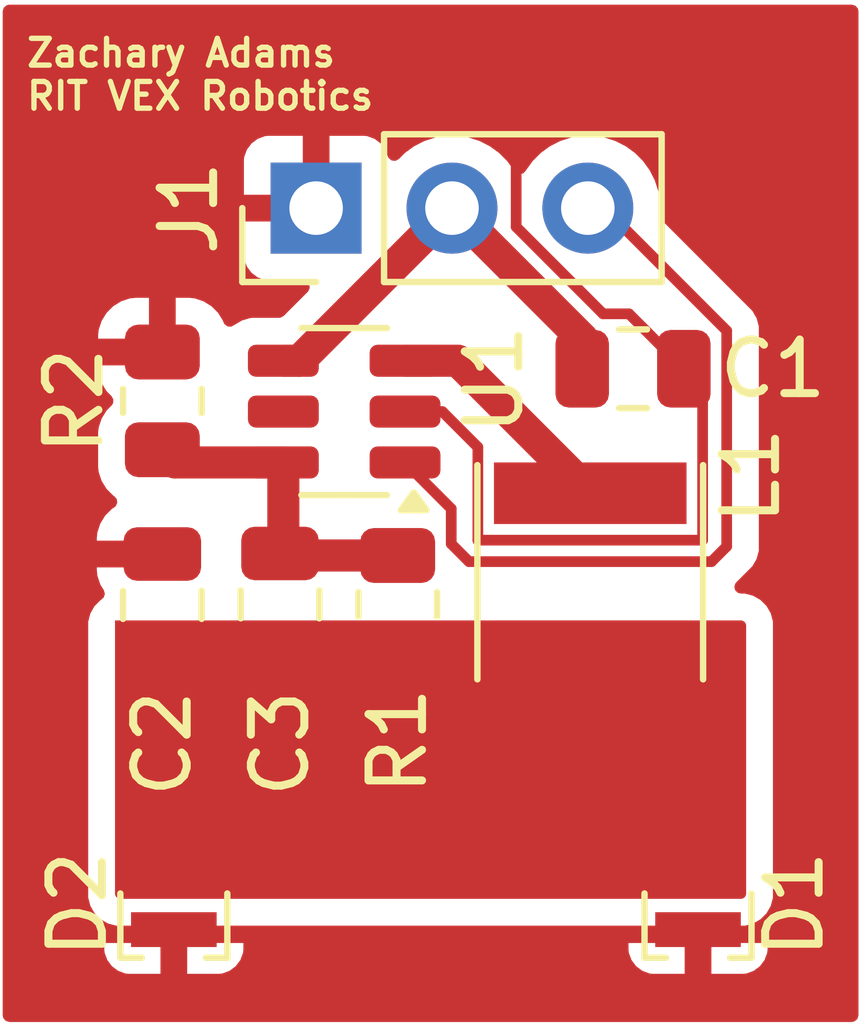
<source format=kicad_pcb>
(kicad_pcb (version 20241229) (generator "pcbnew") (generator_version "9.0")
  (layers (0 "F.Cu" signal) (2 "B.Cu" signal) (13 "F.Paste" user) (15 "B.Paste" user) (5 "F.SilkS" user "F.Silkscreen") (7 "B.SilkS" user "B.Silkscreen") (1 "F.Mask" user) (3 "B.Mask" user) (25 "Edge.Cuts" user))
  (net 0 "")
  (net 1 "+5V")
  (net 2 "Earth")
  (net 3 "+3V")
  (net 4 "Net-(U1-FB)")
  (net 5 "+5VD")
  (net 6 "Net-(U1-SW)")
  (footprint "LED_SMD:LED_Cree-XQ" (layer "F.Cu") (at 133 90.8 90)
    (property "Reference" "D1" (at 0 1.8 90) (layer "F.SilkS"))
    (property "Value" "LED")
    (fp_line (start 0.2 -1) (end -1 -1) (stroke (width 0.12)) (layer "F.SilkS"))
    (fp_line (start -1 -1) (end -1 -0.6) (stroke (width 0.12)) (layer "F.SilkS"))
    (fp_line (start 0.2 1) (end -1 1) (stroke (width 0.12)) (layer "F.SilkS"))
    (fp_line (start -1 1) (end -1 0.6) (stroke (width 0.12)) (layer "F.SilkS"))
    (pad "1" smd rect (at -0.475 0 90) (size 0.65 1.6) (layers "F.Cu" "F.Mask" "F.Paste") (net 2 "Earth"))
    (pad "2" smd rect (at 0.475 0 90) (size 0.65 1.6) (layers "F.Cu" "F.Mask" "F.Paste") (net 3 "+3V"))
  )
  (footprint "LED_SMD:LED_Cree-XQ" (layer "F.Cu") (at 123.2 90.8 90)
    (property "Reference" "D2" (at 0 -1.8 90) (layer "F.SilkS"))
    (property "Value" "LED")
    (fp_line (start 0.2 -1) (end -1 -1) (stroke (width 0.12)) (layer "F.SilkS"))
    (fp_line (start -1 -1) (end -1 -0.6) (stroke (width 0.12)) (layer "F.SilkS"))
    (fp_line (start 0.2 1) (end -1 1) (stroke (width 0.12)) (layer "F.SilkS"))
    (fp_line (start -1 1) (end -1 0.6) (stroke (width 0.12)) (layer "F.SilkS"))
    (pad "1" smd rect (at -0.475 0 90) (size 0.65 1.6) (layers "F.Cu" "F.Mask" "F.Paste") (net 2 "Earth"))
    (pad "2" smd rect (at 0.475 0 90) (size 0.65 1.6) (layers "F.Cu" "F.Mask" "F.Paste") (net 3 "+3V"))
  )
  (footprint "Capacitor_SMD:C_0805_2012Metric" (layer "F.Cu") (at 122.985 85.21 -90)
    (property "Reference" "C2" (at 2.59 0 90) (layer "F.SilkS"))
    (property "Value" "10uF")
    (fp_line (start -0.261252 0.735) (end 0.261252 0.735) (stroke (width 0.12)) (layer "F.SilkS"))
    (fp_line (start -0.261252 -0.735) (end 0.261252 -0.735) (stroke (width 0.12)) (layer "F.SilkS"))
    (pad "1" smd roundrect (at -0.95 0 270) (size 1 1.45) (layers "F.Cu" "F.Mask" "F.Paste") (net 2 "Earth"))
    (pad "2" smd roundrect (at 0.95 0 270) (size 1 1.45) (layers "F.Cu" "F.Mask" "F.Paste") (net 3 "+3V"))
  )
  (footprint "Package_TO_SOT_SMD:SOT-23-6" (layer "F.Cu") (at 126.385 81.6 180)
    (property "Reference" "U1" (at -2.8 0.6 90) (layer "F.SilkS"))
    (property "Value" "TLV62569DDC")
    (fp_line (start 0 1.56) (end 0.8 1.56) (stroke (width 0.12)) (layer "F.SilkS"))
    (fp_line (start 0 1.56) (end -0.8 1.56) (stroke (width 0.12)) (layer "F.SilkS"))
    (fp_line (start 0 -1.56) (end 0.8 -1.56) (stroke (width 0.12)) (layer "F.SilkS"))
    (fp_line (start 0 -1.56) (end -0.8 -1.56) (stroke (width 0.12)) (layer "F.SilkS"))
    (fp_poly (pts (xy -1.3 -1.51) (xy -1.54 -1.84) (xy -1.06 -1.84)) (stroke (width 0.12)) (fill yes) (layer "F.SilkS"))
    (pad "1" smd roundrect (at -1.1375 -0.95 180) (size 1.325 0.6) (layers "F.Cu" "F.Mask" "F.Paste") (net 5 "+5VD"))
    (pad "2" smd roundrect (at -1.1375 0 180) (size 1.325 0.6) (layers "F.Cu" "F.Mask" "F.Paste") (net 2 "Earth"))
    (pad "3" smd roundrect (at -1.1375 0.95 180) (size 1.325 0.6) (layers "F.Cu" "F.Mask" "F.Paste") (net 6 "Net-(U1-SW)"))
    (pad "4" smd roundrect (at 1.1375 0.95 180) (size 1.325 0.6) (layers "F.Cu" "F.Mask" "F.Paste") (net 1 "+5V"))
    (pad "5" smd roundrect (at 1.1375 0 180) (size 1.325 0.6) (layers "F.Cu" "F.Mask" "F.Paste"))
    (pad "6" smd roundrect (at 1.1375 -0.95 180) (size 1.325 0.6) (layers "F.Cu" "F.Mask" "F.Paste") (net 4 "Net-(U1-FB)"))
  )
  (footprint "Resistor_SMD:R_0805_2012Metric" (layer "F.Cu") (at 127.385 85.2 90)
    (property "Reference" "R1" (at -2.55 0 90) (layer "F.SilkS"))
    (property "Value" "400k")
    (fp_line (start -0.227064 -0.735) (end 0.227064 -0.735) (stroke (width 0.12)) (layer "F.SilkS"))
    (fp_line (start -0.227064 0.735) (end 0.227064 0.735) (stroke (width 0.12)) (layer "F.SilkS"))
    (pad "1" smd roundrect (at -0.9125 0 90) (size 1.025 1.4) (layers "F.Cu" "F.Mask" "F.Paste") (roundrect_rratio 0.243902) (net 3 "+3V"))
    (pad "2" smd roundrect (at 0.9125 0 90) (size 1.025 1.4) (layers "F.Cu" "F.Mask" "F.Paste") (roundrect_rratio 0.243902) (net 4 "Net-(U1-FB)"))
  )
  (footprint "Capacitor_SMD:C_0805_2012Metric" (layer "F.Cu") (at 131.785 80.8 180)
    (property "Reference" "C1" (at -2.615 0 0) (layer "F.SilkS"))
    (property "Value" "4.7uF")
    (fp_line (start -0.261252 0.735) (end 0.261252 0.735) (stroke (width 0.12)) (layer "F.SilkS"))
    (fp_line (start -0.261252 -0.735) (end 0.261252 -0.735) (stroke (width 0.12)) (layer "F.SilkS"))
    (pad "1" smd roundrect (at -0.95 0 180) (size 1 1.45) (layers "F.Cu" "F.Mask" "F.Paste") (net 2 "Earth"))
    (pad "2" smd roundrect (at 0.95 0 180) (size 1 1.45) (layers "F.Cu" "F.Mask" "F.Paste") (net 1 "+5V"))
  )
  (footprint "Resistor_SMD:R_0805_2012Metric" (layer "F.Cu") (at 122.985 81.4 90)
    (property "Reference" "R2" (at 0 -1.65 90) (layer "F.SilkS"))
    (property "Value" "100k")
    (fp_line (start -0.227064 -0.735) (end 0.227064 -0.735) (stroke (width 0.12)) (layer "F.SilkS"))
    (fp_line (start -0.227064 0.735) (end 0.227064 0.735) (stroke (width 0.12)) (layer "F.SilkS"))
    (pad "1" smd roundrect (at -0.9125 0 90) (size 1.025 1.4) (layers "F.Cu" "F.Mask" "F.Paste") (roundrect_rratio 0.243902) (net 4 "Net-(U1-FB)"))
    (pad "2" smd roundrect (at 0.9125 0 90) (size 1.025 1.4) (layers "F.Cu" "F.Mask" "F.Paste") (roundrect_rratio 0.243902) (net 2 "Earth"))
  )
  (footprint "Inductor_SMD:L_Vishay_IFSC-1515AH_4x4x1.8mm" (layer "F.Cu") (at 130.985 84.6 -90)
    (property "Reference" "L1" (at -1.8 -3 90) (layer "F.SilkS"))
    (property "Value" "2.2uH")
    (fp_line (start 2 2.11) (end -2 2.11) (stroke (width 0.12)) (layer "F.SilkS"))
    (fp_line (start -2 -2.11) (end 2 -2.11) (stroke (width 0.12)) (layer "F.SilkS"))
    (pad "1" smd rect (at -1.475 0 270) (size 1.15 3.6) (layers "F.Cu" "F.Mask" "F.Paste") (net 6 "Net-(U1-SW)"))
    (pad "2" smd rect (at 1.475 0 270) (size 1.15 3.6) (layers "F.Cu" "F.Mask" "F.Paste") (net 3 "+3V"))
  )
  (footprint "Capacitor_SMD:C_0805_2012Metric" (layer "F.Cu") (at 125.185 85.2 90)
    (property "Reference" "C3" (at -2.6 0 90) (layer "F.SilkS"))
    (property "Value" "6.8pF")
    (fp_line (start -0.261252 -0.735) (end 0.261252 -0.735) (stroke (width 0.12)) (layer "F.SilkS"))
    (fp_line (start -0.261252 0.735) (end 0.261252 0.735) (stroke (width 0.12)) (layer "F.SilkS"))
    (pad "1" smd roundrect (at -0.95 0 90) (size 1 1.45) (layers "F.Cu" "F.Mask" "F.Paste") (net 3 "+3V"))
    (pad "2" smd roundrect (at 0.95 0 90) (size 1 1.45) (layers "F.Cu" "F.Mask" "F.Paste") (net 4 "Net-(U1-FB)"))
  )
  (footprint "Connector_PinHeader_2.54mm:PinHeader_1x03_P2.54mm_Vertical" (layer "F.Cu") (at 125.86 77.8 90)
    (property "Reference" "J1" (at 0 -2.38 90) (layer "F.SilkS"))
    (property "Value" "Connector")
    (fp_line (start -1.38 -1.38) (end 0 -1.38) (stroke (width 0.12)) (layer "F.SilkS"))
    (fp_line (start -1.38 0) (end -1.38 -1.38) (stroke (width 0.12)) (layer "F.SilkS"))
    (fp_line (start 1.38 1.27) (end 1.38 6.46) (stroke (width 0.12)) (layer "F.SilkS"))
    (fp_line (start -1.38 1.27) (end 1.38 1.27) (stroke (width 0.12)) (layer "F.SilkS"))
    (fp_line (start -1.38 1.27) (end -1.38 6.46) (stroke (width 0.12)) (layer "F.SilkS"))
    (fp_line (start -1.38 6.46) (end 1.38 6.46) (stroke (width 0.12)) (layer "F.SilkS"))
    (pad "1" thru_hole rect (at 0 0 90) (size 1.7 1.7) (drill 1) (layers "*.Cu" "*.Mask") (net 2 "Earth"))
    (pad "2" thru_hole circle (at 0 2.54 90) (size 1.7 1.7) (drill 1) (layers "*.Cu" "*.Mask") (net 1 "+5V"))
    (pad "3" thru_hole circle (at 0 5.08 90) (size 1.7 1.7) (drill 1) (layers "*.Cu" "*.Mask") (net 5 "+5VD"))
  )
  (gr_rect (start 122.2 85.6) (end 133.8 90.6) (stroke (width 0.2)) (fill yes) (layer "F.Cu") (net 3))
  (gr_text "Zachary Adams\nRIT VEX Robotics" (at 120.4 76 0) (layer "F.SilkS") (effects (font (size 0.5 0.5) (thickness 0.1) (bold yes)) (justify left bottom)))
  (segment (start 128.4 77.8) (end 125.55 80.65) (width 0.6) (layer "F.Cu") (net 1))
  (segment (start 125.55 80.65) (end 125.2475 80.65) (width 0.6) (layer "F.Cu") (net 1))
  (segment (start 130.835 80.235) (end 128.4 77.8) (width 0.6) (layer "F.Cu") (net 1))
  (segment (start 130.835 80.8) (end 130.835 80.235) (width 0.6) (layer "F.Cu") (net 1))
  (segment (start 129.6 78.150058) (end 129.6 76.4) (width 0.2) (layer "F.Cu") (net 2))
  (segment (start 133.086 81.151) (end 132.735 80.8) (width 0.2) (layer "F.Cu") (net 2))
  (segment (start 132.735 80.8) (end 131.709 79.774) (width 0.2) (layer "F.Cu") (net 2))
  (segment (start 128.884 84.001) (end 133.086 84.001) (width 0.2) (layer "F.Cu") (net 2))
  (segment (start 131.223942 79.774) (end 129.6 78.150058) (width 0.2) (layer "F.Cu") (net 2))
  (segment (start 127.5225 81.6) (end 128.2205 81.6) (width 0.2) (layer "F.Cu") (net 2))
  (segment (start 133.086 84.001) (end 133.086 81.151) (width 0.2) (layer "F.Cu") (net 2))
  (segment (start 128.2205 81.6) (end 128.884 82.2635) (width 0.2) (layer "F.Cu") (net 2))
  (segment (start 131.709 79.774) (end 131.223942 79.774) (width 0.2) (layer "F.Cu") (net 2))
  (segment (start 128.884 82.2635) (end 128.884 84.001) (width 0.2) (layer "F.Cu") (net 2))
  (segment (start 130.985 86.075) (end 123.07 86.075) (width 0.6) (layer "F.Cu") (net 3))
  (segment (start 123.07 86.075) (end 122.985 86.16) (width 0.6) (layer "F.Cu") (net 3))
  (segment (start 123.2225 82.55) (end 122.985 82.3125) (width 0.6) (layer "F.Cu") (net 4))
  (segment (start 125.2475 84.1875) (end 125.185 84.25) (width 0.6) (layer "F.Cu") (net 4))
  (segment (start 125.2475 82.55) (end 123.2225 82.55) (width 0.6) (layer "F.Cu") (net 4))
  (segment (start 127.385 84.2875) (end 125.2225 84.2875) (width 0.6) (layer "F.Cu") (net 4))
  (segment (start 125.2225 84.2875) (end 125.185 84.25) (width 0.6) (layer "F.Cu") (net 4))
  (segment (start 125.2475 82.55) (end 125.2475 84.1875) (width 0.6) (layer "F.Cu") (net 4))
  (segment (start 133.2521 84.402) (end 133.536 84.1181) (width 0.2) (layer "F.Cu") (net 5))
  (segment (start 127.5225 82.55) (end 128.386 83.4135) (width 0.2) (layer "F.Cu") (net 5))
  (segment (start 128.386 84.0701) (end 128.7179 84.402) (width 0.2) (layer "F.Cu") (net 5))
  (segment (start 131.24616 77.8) (end 130.94 77.8) (width 0.2) (layer "F.Cu") (net 5))
  (segment (start 133.536 84.1181) (end 133.536 80.08984) (width 0.2) (layer "F.Cu") (net 5))
  (segment (start 128.386 83.4135) (end 128.386 84.0701) (width 0.2) (layer "F.Cu") (net 5))
  (segment (start 128.7179 84.402) (end 133.2521 84.402) (width 0.2) (layer "F.Cu") (net 5))
  (segment (start 133.536 80.08984) (end 131.24616 77.8) (width 0.2) (layer "F.Cu") (net 5))
  (segment (start 128.51 80.65) (end 130.985 83.125) (width 0.6) (layer "F.Cu") (net 6))
  (segment (start 127.5225 80.65) (end 128.51 80.65) (width 0.6) (layer "F.Cu") (net 6))
  (zone (net 2) (net_name "Earth") (layer "F.Cu") (priority 1) (connect_pads (clearance 0.5)) (min_thickness 0.25) (fill yes (thermal_gap 0.5) (thermal_bridge_width 0.5))
    (polygon (pts (xy 136 93) (xy 120 93) (xy 120 74) (xy 136 74)))
  )
  (zone (net 3) (net_name "+3V") (layer "F.Cu") (connect_pads (clearance 0.5)) (min_thickness 0.25) (fill yes (thermal_gap 0.5) (thermal_bridge_width 0.5))
    (polygon (pts (xy 122.2 85.6) (xy 122.2 90.6) (xy 133.8 90.6) (xy 133.8 85.6)))
  )
)
</source>
